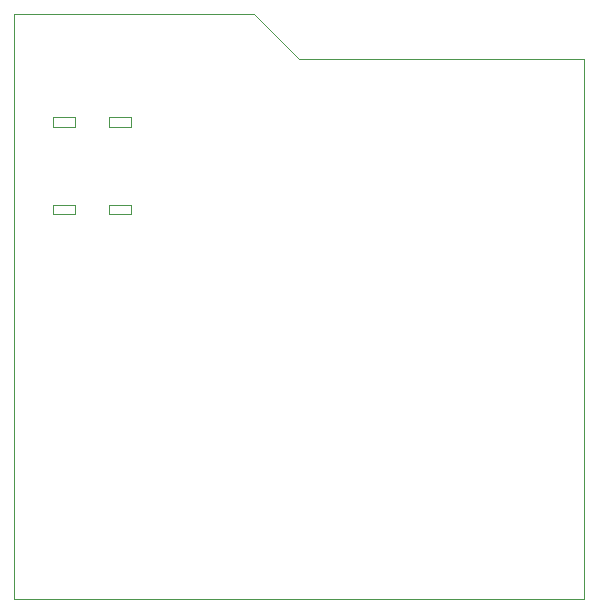
<source format=gko>
G04*
G04 #@! TF.GenerationSoftware,Altium Limited,Altium Designer,19.1.8 (144)*
G04*
G04 Layer_Color=16711935*
%FSLAX25Y25*%
%MOIN*%
G70*
G01*
G75*
%ADD16C,0.00050*%
%ADD17C,0.00000*%
D16*
X0Y0D02*
X190000D01*
Y180000D01*
X95000D02*
X190000D01*
X80000Y195000D02*
X95000Y180000D01*
X0Y195000D02*
X80000D01*
X0Y0D02*
Y195000D01*
D17*
X38941Y128425D02*
Y131575D01*
X31461D02*
X38941D01*
X31461Y128425D02*
Y131575D01*
Y128425D02*
X38941D01*
X20240Y157559D02*
Y160709D01*
X12760D02*
X20240D01*
X12760Y157559D02*
Y160709D01*
Y157559D02*
X20240D01*
X38941D02*
Y160709D01*
X31461D02*
X38941D01*
X31461Y157559D02*
Y160709D01*
Y157559D02*
X38941D01*
X20240Y128425D02*
Y131575D01*
X12760D02*
X20240D01*
X12760Y128425D02*
Y131575D01*
Y128425D02*
X20240D01*
M02*

</source>
